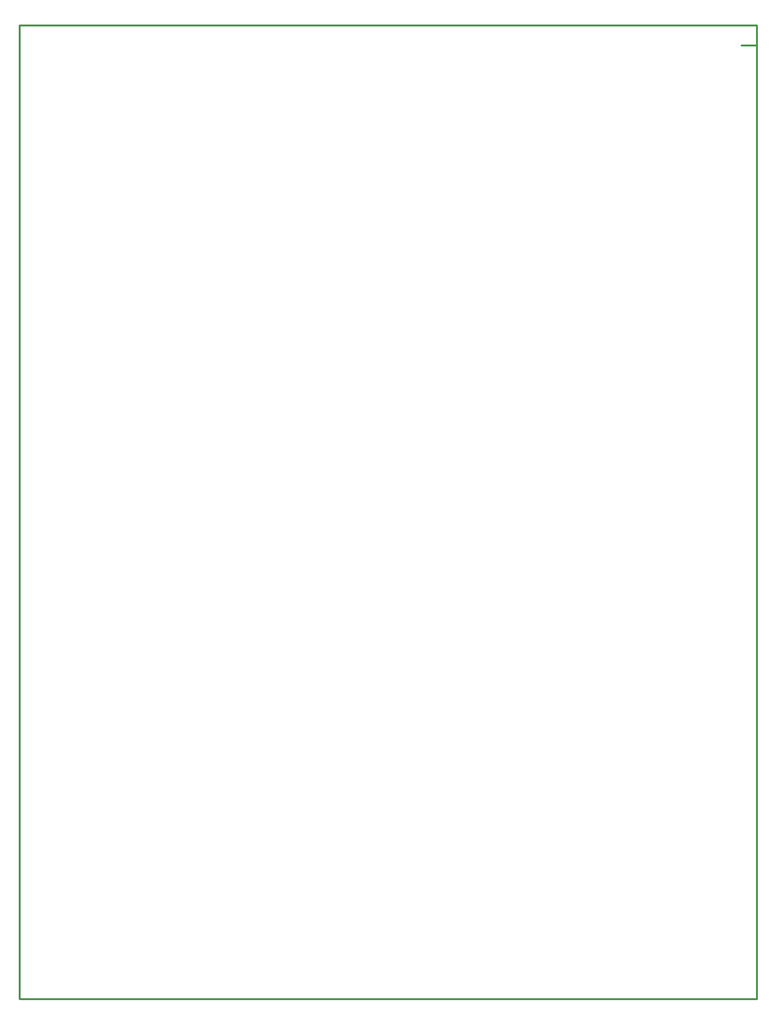
<source format=gm1>
G04*
G04 #@! TF.GenerationSoftware,Altium Limited,Altium Designer,21.9.1 (22)*
G04*
G04 Layer_Color=16711935*
%FSLAX25Y25*%
%MOIN*%
G70*
G04*
G04 #@! TF.SameCoordinates,29281BF1-B37C-4538-9C3D-308B06FF8435*
G04*
G04*
G04 #@! TF.FilePolarity,Positive*
G04*
G01*
G75*
%ADD13C,0.01000*%
D13*
X1508858Y469488D02*
Y972441D01*
X1889764D01*
Y469488D02*
Y972441D01*
X1508858Y469488D02*
X1889764Y469488D01*
X1881890Y962008D02*
X1889764D01*
M02*

</source>
